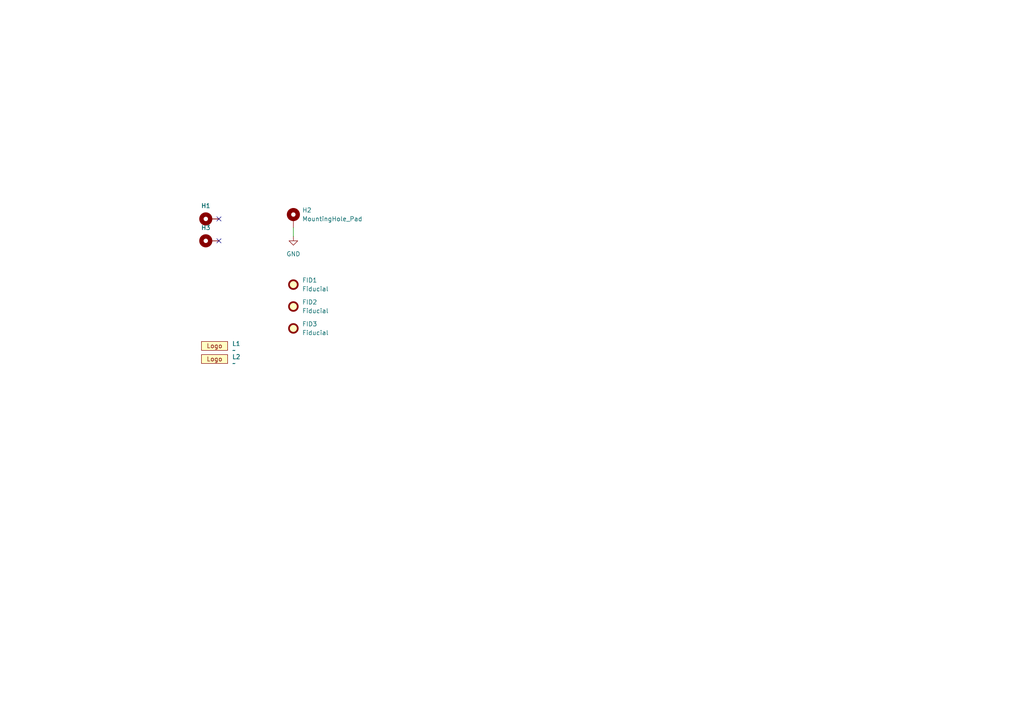
<source format=kicad_sch>
(kicad_sch (version 20231120) (generator "eeschema") (generator_version "8.0")
  (paper "A4")
  (lib_symbols
    (symbol "Fisch:Logo"
      (property "Reference" "L" (at 0 2.286 0))
      (symbol "Logo_1_1"
        (text_box "Logo" (at -3.81 1.27 0) (size 7.62 -2.54) (fill (type color) (color 255 255 194 1)) (effects (font (size 1.27 1.27))))
      )
    )
    (symbol "Mechanical:Fiducial" (exclude_from_sim yes) (in_bom no)
      (property "Reference" "FID" (at 0 5.08 0))
      (property "Value" "Fiducial" (at 0 3.175 0))
      (symbol "Fiducial_0_1"
        (circle (center 0 0) (radius 1.27) (stroke (width 0.508)) (fill (type background)))
      )
    )
    (symbol "Mechanical:MountingHole_Pad" (pin_numbers hide) (pin_names (offset 1.016) hide) (exclude_from_sim yes) (in_bom no)
      (property "Reference" "H" (at 0 6.35 0))
      (property "Value" "MountingHole_Pad" (at 0 4.445 0))
      (symbol "MountingHole_Pad_0_1"
        (circle (center 0 1.27) (radius 1.27) (stroke (width 1.27)))
      )
      (symbol "MountingHole_Pad_1_1"
        (pin input line (at 0 -2.54 90) (length 2.54) (name "1") (number "1"))
      )
    )
    (symbol "power:GND" (power) (pin_numbers hide) (pin_names (offset 0) hide)
      (property "Value" "GND" (at 0 -3.81 0))
      (symbol "GND_0_1"
        (polyline (pts (xy 0 0) (xy 0 -1.27) (xy 1.27 -1.27) (xy 0 -2.54) (xy -1.27 -1.27) (xy 0 -1.27)))
      )
      (symbol "GND_1_1"
        (pin power_in line (at 0 0 270) (length 0) (name "~") (number "1"))
      )
    )
  )
  (no_connect (at 63.5 69.85))
  (no_connect (at 63.5 63.5))
  (wire (pts (xy 85.09 68.58) (xy 85.09 66.04)))
  (symbol (lib_id "power:GND") (at 85.09 68.58 0) (unit 1)
    (property "Reference" "#PWR0101" (effects (hide yes)))
    (property "Value" "GND" (at 85.09 73.66 0))
    (property "Description" "Power symbol creates a global label with name \"GND\" , ground" (effects (hide yes)))
    (instances (project "" (path "" (reference "#PWR0101") (unit 1))) (project "" (path "" (reference "#PWR034") (unit 1))))
  )
  (symbol (lib_id "Mechanical:Fiducial") (at 85.09 95.25 0) (unit 1) (exclude_from_sim yes) (in_bom no)
    (property "Reference" "FID3" (at 87.63 93.9799 0) (effects (justify left)))
    (property "Value" "Fiducial" (at 87.63 96.5199 0) (effects (justify left)))
    (property "Footprint" "Fiducial:Fiducial_1mm_Mask3mm" (effects (hide yes)))
    (property "Description" "Fiducial Marker" (effects (hide yes)))
  )
  (symbol (lib_id "Mechanical:MountingHole_Pad") (at 60.96 69.85 90) (unit 1) (exclude_from_sim yes) (in_bom no)
    (property "Reference" "H3" (at 59.69 66.04 90))
    (property "Value" "MountingHole_Pad" (effects (hide yes)))
    (property "Footprint" "MountingHole:MountingHole_3.2mm_M3_Pad_Via" (effects (hide yes)))
    (property "Description" "Mounting Hole with connection" (effects (hide yes)))
  )
  (symbol (lib_id "Mechanical:MountingHole_Pad") (at 85.09 63.5 0) (unit 1) (exclude_from_sim yes) (in_bom no)
    (property "Reference" "H2" (at 87.63 60.9599 0) (effects (justify left)))
    (property "Value" "MountingHole_Pad" (at 87.63 63.4999 0) (effects (justify left)))
    (property "Footprint" "MountingHole:MountingHole_3.2mm_M3_Pad_Via" (effects (hide yes)))
    (property "Description" "Mounting Hole with connection" (effects (hide yes)))
  )
  (symbol (lib_id "Mechanical:Fiducial") (at 85.09 82.55 0) (unit 1) (exclude_from_sim yes) (in_bom no)
    (property "Reference" "FID1" (at 87.63 81.2799 0) (effects (justify left)))
    (property "Value" "Fiducial" (at 87.63 83.8199 0) (effects (justify left)))
    (property "Footprint" "Fiducial:Fiducial_1mm_Mask3mm" (effects (hide yes)))
    (property "Description" "Fiducial Marker" (effects (hide yes)))
  )
  (symbol (lib_id "Mechanical:MountingHole_Pad") (at 60.96 63.5 90) (unit 1) (exclude_from_sim yes) (in_bom no)
    (property "Reference" "H1" (at 59.69 59.69 90))
    (property "Value" "MountingHole_Pad" (effects (hide yes)))
    (property "Footprint" "MountingHole:MountingHole_3.2mm_M3_Pad_Via" (effects (hide yes)))
    (property "Description" "Mounting Hole with connection" (effects (hide yes)))
  )
  (symbol (lib_id "Fisch:Logo") (at 62.23 104.14 0) (unit 1)
    (property "Reference" "L2" (at 67.31 103.5049 0) (effects (justify left)))
    (property "Value" "~" (at 67.31 105.41 0) (effects (justify left)))
    (property "Footprint" "Logos:HS_Wismar_Corporate_Design" (effects (hide yes)))
    (instances (project "LED_Wellenlängen_Ansteuerplatine" (path "" (reference "L2") (unit 1))) (project "LED_Wellenlängen_Ansteuerplatine" (path "" (reference "L3") (unit 1))))
  )
  (symbol (lib_id "Fisch:Logo") (at 62.23 100.33 0) (unit 1)
    (property "Reference" "L1" (at 67.31 99.6949 0) (effects (justify left)))
    (property "Value" "~" (at 67.31 101.6 0) (effects (justify left)))
    (property "Footprint" "Fisch:Fischi" (effects (hide yes)))
  )
  (symbol (lib_id "Mechanical:Fiducial") (at 85.09 88.9 0) (unit 1) (exclude_from_sim yes) (in_bom no)
    (property "Reference" "FID2" (at 87.63 87.6299 0) (effects (justify left)))
    (property "Value" "Fiducial" (at 87.63 90.1699 0) (effects (justify left)))
    (property "Footprint" "Fiducial:Fiducial_1mm_Mask3mm" (effects (hide yes)))
    (property "Description" "Fiducial Marker" (effects (hide yes)))
  )
)
</source>
